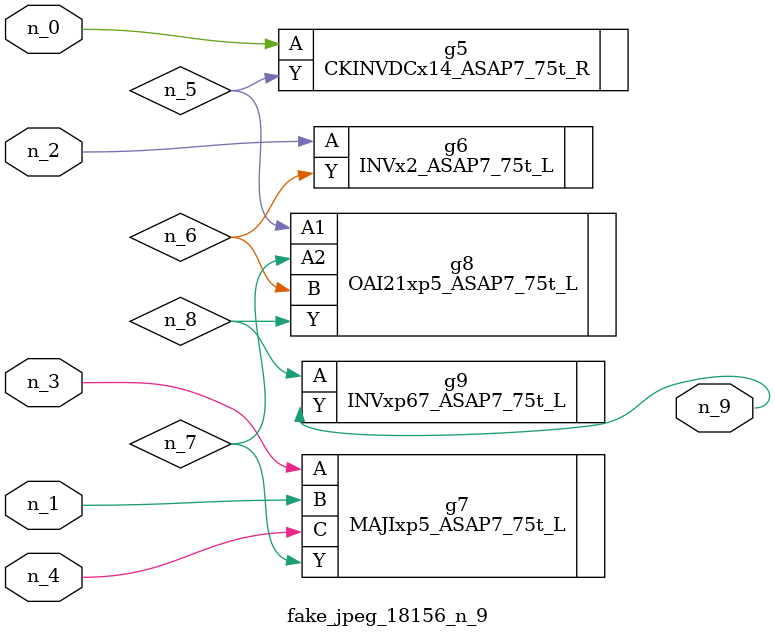
<source format=v>
module fake_jpeg_18156_n_9 (n_3, n_2, n_1, n_0, n_4, n_9);

input n_3;
input n_2;
input n_1;
input n_0;
input n_4;

output n_9;

wire n_8;
wire n_6;
wire n_5;
wire n_7;

CKINVDCx14_ASAP7_75t_R g5 ( 
.A(n_0),
.Y(n_5)
);

INVx2_ASAP7_75t_L g6 ( 
.A(n_2),
.Y(n_6)
);

MAJIxp5_ASAP7_75t_L g7 ( 
.A(n_3),
.B(n_1),
.C(n_4),
.Y(n_7)
);

OAI21xp5_ASAP7_75t_L g8 ( 
.A1(n_5),
.A2(n_7),
.B(n_6),
.Y(n_8)
);

INVxp67_ASAP7_75t_L g9 ( 
.A(n_8),
.Y(n_9)
);


endmodule
</source>
